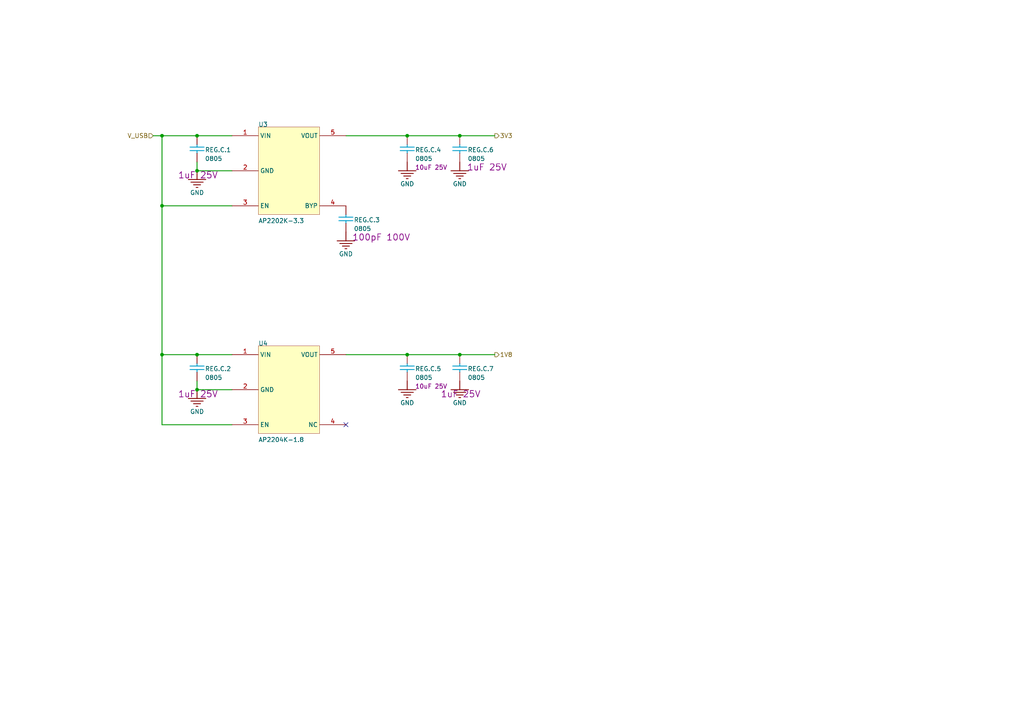
<source format=kicad_sch>
(kicad_sch (version 20231120) (generator "eeschema") (generator_version "8.0")
  (paper "A4")
  (lib_symbols
    (symbol "Base-altium-import:GND_POWER_GROUND" (power)
      (property "Reference" "#PWR" (at 0 0 0))
      (property "Value" "GND" (at 0 6.35 0))
      (symbol "GND_POWER_GROUND_0_0"
        (polyline (pts (xy -2.54 -2.54) (xy 2.54 -2.54)) (stroke (width 0.254)))
        (polyline (pts (xy -1.778 -3.302) (xy 1.778 -3.302)) (stroke (width 0.254)))
        (polyline (pts (xy -1.016 -4.064) (xy 1.016 -4.064)) (stroke (width 0.254)))
        (polyline (pts (xy -0.254 -4.826) (xy 0.254 -4.826)) (stroke (width 0.254)))
        (polyline (pts (xy 0 0) (xy 0 -2.54)) (stroke (width 0.254)))
        (pin power_in line (at 0 0 0) (length 0) hide (name "GND") (number ""))
      )
    )
    (symbol "Base-altium-import:REG_0_AP2202K-3.3"
      (symbol "REG_0_AP2202K-3.3_1_0"
        (rectangle (start 10.16 7.62) (end -7.62 -17.78) (stroke (width 0.0254) (color 128 0 0 1)) (fill (type background)))
        (pin passive line (at -15.24 5.08 0) (length 7.62) (name "VIN") (number "1"))
        (pin passive line (at -15.24 -5.08 0) (length 7.62) (name "GND") (number "2"))
        (pin passive line (at -15.24 -15.24 0) (length 7.62) (name "EN") (number "3"))
        (pin passive line (at 17.78 -15.24 180) (length 7.62) (name "BYP") (number "4"))
        (pin passive line (at 17.78 5.08 180) (length 7.62) (name "VOUT") (number "5"))
      )
    )
    (symbol "Base-altium-import:REG_0_AP2204K-1.8"
      (symbol "REG_0_AP2204K-1.8_1_0"
        (rectangle (start 10.16 7.62) (end -7.62 -17.78) (stroke (width 0.0254) (color 128 0 0 1)) (fill (type background)))
        (pin passive line (at -15.24 5.08 0) (length 7.62) (name "VIN") (number "1"))
        (pin passive line (at -15.24 -5.08 0) (length 7.62) (name "GND") (number "2"))
        (pin passive line (at -15.24 -15.24 0) (length 7.62) (name "EN") (number "3"))
        (pin passive line (at 17.78 -15.24 180) (length 7.62) (name "NC") (number "4"))
        (pin passive line (at 17.78 5.08 180) (length 7.62) (name "VOUT") (number "5"))
      )
    )
    (symbol "Mini-altium-import:MCU_1_Cap 0.1uF 100V"
      (symbol "MCU_1_Cap 0.1uF 100V_1_0"
        (polyline (pts (xy 0.508 0.762) (xy 4.572 0.762)) (stroke (width 0.254) (color 0 156 202 1)))
        (polyline (pts (xy 0.508 1.778) (xy 4.572 1.778)) (stroke (width 0.254) (color 0 156 202 1)))
        (polyline (pts (xy 2.54 0) (xy 2.54 0.762)) (stroke (width 0.254) (color 0 156 202 1)))
        (polyline (pts (xy 2.54 2.54) (xy 2.54 1.778)) (stroke (width 0.254) (color 0 156 202 1)))
        (pin passive line (at 2.54 -2.54 90) (length 2.54) (name "1") (number "1"))
        (pin passive line (at 2.54 5.08 270) (length 2.54) (name "2") (number "2"))
      )
    )
    (symbol "Mini-altium-import:MOS_1_Cap 10uF 25V"
      (symbol "MOS_1_Cap 10uF 25V_1_0"
        (polyline (pts (xy 0.508 0.762) (xy 4.572 0.762)) (stroke (width 0.254) (color 0 156 202 1)))
        (polyline (pts (xy 0.508 1.778) (xy 4.572 1.778)) (stroke (width 0.254) (color 0 156 202 1)))
        (polyline (pts (xy 2.54 0) (xy 2.54 0.762)) (stroke (width 0.254) (color 0 156 202 1)))
        (polyline (pts (xy 2.54 2.54) (xy 2.54 1.778)) (stroke (width 0.254) (color 0 156 202 1)))
        (pin passive line (at 2.54 -2.54 90) (length 2.54) (name "1") (number "1"))
        (pin passive line (at 2.54 5.08 270) (length 2.54) (name "2") (number "2"))
      )
    )
  )
  (junction (at 57.15 102.87))
  (junction (at 46.99 102.87))
  (junction (at 57.15 39.37))
  (junction (at 46.99 59.69))
  (junction (at 133.35 39.37))
  (junction (at 118.11 39.37))
  (junction (at 57.15 113.03))
  (junction (at 57.15 49.53))
  (junction (at 133.35 102.87))
  (junction (at 46.99 39.37))
  (junction (at 118.11 102.87))
  (no_connect (at 100.33 123.19))
  (wire (pts (xy 118.11 102.87) (xy 133.35 102.87)) (stroke (width 0.254)))
  (wire (pts (xy 118.11 39.37) (xy 100.33 39.37)) (stroke (width 0.254)))
  (wire (pts (xy 46.99 102.87) (xy 46.99 59.69)) (stroke (width 0.254)))
  (wire (pts (xy 100.33 102.87) (xy 118.11 102.87)) (stroke (width 0.254)))
  (wire (pts (xy 118.11 39.37) (xy 133.35 39.37)) (stroke (width 0.254)))
  (wire (pts (xy 57.15 102.87) (xy 67.31 102.87)) (stroke (width 0.254)))
  (wire (pts (xy 67.31 113.03) (xy 57.15 113.03)) (stroke (width 0.254)))
  (wire (pts (xy 67.31 59.69) (xy 46.99 59.69)) (stroke (width 0.254)))
  (wire (pts (xy 46.99 39.37) (xy 57.15 39.37)) (stroke (width 0.254)))
  (wire (pts (xy 67.31 49.53) (xy 57.15 49.53)) (stroke (width 0.254)))
  (wire (pts (xy 46.99 123.19) (xy 67.31 123.19)) (stroke (width 0.254)))
  (wire (pts (xy 46.99 102.87) (xy 46.99 123.19)) (stroke (width 0.254)))
  (wire (pts (xy 133.35 39.37) (xy 143.51 39.37)) (stroke (width 0.254)))
  (wire (pts (xy 57.15 39.37) (xy 67.31 39.37)) (stroke (width 0.254)))
  (wire (pts (xy 46.99 39.37) (xy 44.45 39.37)) (stroke (width 0.254)))
  (wire (pts (xy 133.35 102.87) (xy 143.51 102.87)) (stroke (width 0.254)))
  (wire (pts (xy 57.15 113.03) (xy 57.15 110.49)) (stroke (width 0.254)))
  (wire (pts (xy 57.15 49.53) (xy 57.15 46.99)) (stroke (width 0.254)))
  (wire (pts (xy 46.99 102.87) (xy 57.15 102.87)) (stroke (width 0.254)))
  (wire (pts (xy 46.99 59.69) (xy 46.99 39.37)) (stroke (width 0.254)))
  (hierarchical_label "1V8" (shape output) (at 143.51 102.87 0))
  (hierarchical_label "3V3" (shape output) (at 143.51 39.37 0))
  (hierarchical_label "V_USB" (shape input) (at 44.45 39.37 180))
  (symbol (lib_id "Mini-altium-import:MOS_1_Cap 10uF 25V") (at 115.57 44.45 0) (unit 1)
    (property "Reference" "REG.C.4" (at 120.396 44.196 0) (effects (justify left bottom)))
    (property "Value" "0805" (at 120.396 46.736 0) (effects (justify left bottom)))
    (property "Footprint" "Chip_Passives.PcbLib:0805" (effects (hide yes)))
    (property "Description" "0805, X5R or better" (effects (hide yes)))
    (property "PNP-NZL" "2" (effects (hide yes)))
    (property "PNP-DX" "0" (effects (hide yes)))
    (property "PNP-DY" "0" (effects (hide yes)))
    (property "PNP-X" "2.00" (effects (hide yes)))
    (property "PNP-Y" "1.25" (effects (hide yes)))
    (property "PNP-PT" "0" (effects (hide yes)))
    (property "PNP-W" "0" (effects (hide yes)))
    (property "PNP-THK" "1.25" (effects (hide yes)))
    (property "PNP-LV" "1" (effects (hide yes)))
    (property "PNP-TS" "70" (effects (hide yes)))
    (property "PNP-LEVEL" "1" (effects (hide yes)))
    (property "PNP-TYPE" "chi" (effects (hide yes)))
    (property "PNP-VOFF" "0" (effects (hide yes)))
    (property "PNP-FEEDTYPE" "Tape" (effects (hide yes)))
    (property "PNP-TAPEWIDTH" "8" (effects (hide yes)))
    (property "PNP-PLACEPRIORITY" "1" (effects (hide yes)))
    (property "PNP-A" "0" (effects (hide yes)))
    (property "PNP-TAPEINDEX" "1" (effects (hide yes)))
    (property "SUPPLIER 1" "Mouser" (effects (hide yes)))
    (property "SUPPLIER PART NUMBER 1" "81-GRM21BR61E106KA3L" (effects (hide yes)))
    (property "SUPPLIER 2" "Digi-Key" (effects (hide yes)))
    (property "SUPPLIER PART NUMBER 2" "490-5523-1-ND" (effects (hide yes)))
    (property "ALTIUM_VALUE" "10uF 25V" (at 120.396 49.276 0) (effects (justify left bottom)))
    (property "PNP-DA" "0" (effects (hide yes)))
  )
  (symbol (lib_id "Mini-altium-import:MCU_1_Cap 0.1uF 100V") (at 54.61 107.95 0) (unit 1)
    (property "Reference" "REG.C.2" (at 59.436 107.696 0) (effects (justify left bottom)))
    (property "Value" "0805" (at 59.436 110.236 0) (effects (justify left bottom)))
    (property "Footprint" "Chip_Passives.PcbLib:0805" (effects (hide yes)))
    (property "Description" "0805, X5R or better" (effects (hide yes)))
    (property "ALTIUM_VALUE" "1uF 25V" (at 51.562 115.316 0) (effects (font (size 1.8288 1.8288)) (justify left bottom)))
    (property "SUPPLIER 1" "Digi-Key" (effects (hide yes)))
    (property "SUPPLIER PART NUMBER 1" "1276-1066-2-ND" (effects (hide yes)))
    (property "SUPPLIER 2" "Digi-Key" (effects (hide yes)))
    (property "SUPPLIER PART NUMBER 2" "1276-1066-1-ND" (effects (hide yes)))
    (property "PNP-NZL" "2" (effects (hide yes)))
    (property "PNP-DX" "0" (effects (hide yes)))
    (property "PNP-DY" "0" (effects (hide yes)))
    (property "PNP-LEVEL" "1" (effects (hide yes)))
    (property "PNP-LV" "1" (effects (hide yes)))
    (property "PNP-PT" "0" (effects (hide yes)))
    (property "PNP-THK" "1.25" (effects (hide yes)))
    (property "PNP-TS" "70" (effects (hide yes)))
    (property "PNP-TYPE" "chi" (effects (hide yes)))
    (property "PNP-VOFF" "0" (effects (hide yes)))
    (property "PNP-W" "0" (effects (hide yes)))
    (property "PNP-X" "2.00" (effects (hide yes)))
    (property "PNP-Y" "1.25" (effects (hide yes)))
    (property "PNP-A" "0" (effects (hide yes)))
    (property "PNP-FEEDTYPE" "Tape" (effects (hide yes)))
    (property "PNP-PLACEPRIORITY" "1" (effects (hide yes)))
    (property "PNP-TAPEWIDTH" "8" (effects (hide yes)))
    (property "PNP-TAPEINDEX" "1" (effects (hide yes)))
    (property "PNP-DA" "0" (effects (hide yes)))
    (property "Supplier 1" "Digi-Key" (effects (hide yes)))
    (property "Supplier Part Number 1" "1276-1066-2-ND" (effects (hide yes)))
    (property "Supplier 2" "Digi-Key" (effects (hide yes)))
    (property "Supplier Part Number 2" "1276-1066-1-ND" (effects (hide yes)))
    (property "PNP-Nzl" "2" (effects (hide yes)))
    (property "PNP-dx" "0" (effects (hide yes)))
    (property "PNP-dy" "0" (effects (hide yes)))
    (property "PNP-Pt" "0" (effects (hide yes)))
    (property "PNP-Thk" "1.25" (effects (hide yes)))
    (property "PNP-Lv" "1" (effects (hide yes)))
    (property "PNP-Level" "1" (effects (hide yes)))
    (property "PNP-Type" "chi" (effects (hide yes)))
    (property "PNP-Voff" "0" (effects (hide yes)))
    (property "PNP-FeedType" "Tape" (effects (hide yes)))
    (property "PNP-TapeWidth" "8" (effects (hide yes)))
    (property "PNP-PlacePriority" "1" (effects (hide yes)))
    (property "PNP-TapeIndex" "1" (effects (hide yes)))
    (property "PNP-da" "0" (effects (hide yes)))
  )
  (symbol (lib_id "Base-altium-import:GND_POWER_GROUND") (at 133.35 110.49 0) (unit 1)
    (property "Reference" "#PWR07" (effects (hide yes)))
    (property "Value" "GND" (at 133.35 116.84 0))
  )
  (symbol (lib_id "Base-altium-import:GND_POWER_GROUND") (at 133.35 46.99 0) (unit 1)
    (property "Reference" "#PWR06" (effects (hide yes)))
    (property "Value" "GND" (at 133.35 53.34 0))
  )
  (symbol (lib_id "Base-altium-import:GND_POWER_GROUND") (at 57.15 113.03 0) (unit 1)
    (property "Reference" "#PWR02" (effects (hide yes)))
    (property "Value" "GND" (at 57.15 119.38 0))
  )
  (symbol (lib_id "Mini-altium-import:MCU_1_Cap 0.1uF 100V") (at 54.61 44.45 0) (unit 1)
    (property "Reference" "REG.C.1" (at 59.436 44.196 0) (effects (justify left bottom)))
    (property "Value" "0805" (at 59.436 46.736 0) (effects (justify left bottom)))
    (property "Footprint" "Chip_Passives.PcbLib:0805" (effects (hide yes)))
    (property "Description" "0805, X5R or better" (effects (hide yes)))
    (property "ALTIUM_VALUE" "1uF 25V" (at 51.562 51.816 0) (effects (font (size 1.8288 1.8288)) (justify left bottom)))
    (property "SUPPLIER 1" "Digi-Key" (effects (hide yes)))
    (property "SUPPLIER PART NUMBER 1" "1276-1066-2-ND" (effects (hide yes)))
    (property "SUPPLIER 2" "Digi-Key" (effects (hide yes)))
    (property "SUPPLIER PART NUMBER 2" "1276-1066-1-ND" (effects (hide yes)))
    (property "PNP-NZL" "2" (effects (hide yes)))
    (property "PNP-DX" "0" (effects (hide yes)))
    (property "PNP-DY" "0" (effects (hide yes)))
    (property "PNP-LEVEL" "1" (effects (hide yes)))
    (property "PNP-LV" "1" (effects (hide yes)))
    (property "PNP-PT" "0" (effects (hide yes)))
    (property "PNP-THK" "1.25" (effects (hide yes)))
    (property "PNP-TS" "70" (effects (hide yes)))
    (property "PNP-TYPE" "chi" (effects (hide yes)))
    (property "PNP-VOFF" "0" (effects (hide yes)))
    (property "PNP-W" "0" (effects (hide yes)))
    (property "PNP-X" "2.00" (effects (hide yes)))
    (property "PNP-Y" "1.25" (effects (hide yes)))
    (property "PNP-A" "0" (effects (hide yes)))
    (property "PNP-FEEDTYPE" "Tape" (effects (hide yes)))
    (property "PNP-PLACEPRIORITY" "1" (effects (hide yes)))
    (property "PNP-TAPEWIDTH" "8" (effects (hide yes)))
    (property "PNP-TAPEINDEX" "1" (effects (hide yes)))
    (property "PNP-DA" "0" (effects (hide yes)))
    (property "Supplier 1" "Digi-Key" (effects (hide yes)))
    (property "Supplier Part Number 1" "1276-1066-2-ND" (effects (hide yes)))
    (property "Supplier 2" "Digi-Key" (effects (hide yes)))
    (property "Supplier Part Number 2" "1276-1066-1-ND" (effects (hide yes)))
    (property "PNP-Nzl" "2" (effects (hide yes)))
    (property "PNP-dx" "0" (effects (hide yes)))
    (property "PNP-dy" "0" (effects (hide yes)))
    (property "PNP-Pt" "0" (effects (hide yes)))
    (property "PNP-Thk" "1.25" (effects (hide yes)))
    (property "PNP-Lv" "1" (effects (hide yes)))
    (property "PNP-Level" "1" (effects (hide yes)))
    (property "PNP-Type" "chi" (effects (hide yes)))
    (property "PNP-Voff" "0" (effects (hide yes)))
    (property "PNP-FeedType" "Tape" (effects (hide yes)))
    (property "PNP-TapeWidth" "8" (effects (hide yes)))
    (property "PNP-PlacePriority" "1" (effects (hide yes)))
    (property "PNP-TapeIndex" "1" (effects (hide yes)))
    (property "PNP-da" "0" (effects (hide yes)))
  )
  (symbol (lib_id "Base-altium-import:GND_POWER_GROUND") (at 100.33 67.31 0) (unit 1)
    (property "Reference" "#PWR03" (effects (hide yes)))
    (property "Value" "GND" (at 100.33 73.66 0))
  )
  (symbol (lib_id "Base-altium-import:REG_0_AP2202K-3.3") (at 82.55 44.45 0) (unit 1)
    (property "Reference" "U3" (at 74.93 36.83 0) (effects (justify left bottom)))
    (property "Value" "AP2202K-3.3" (at 74.93 64.77 0) (effects (justify left bottom)))
    (property "Footprint" "PowerSupply:AP2202 - SOT95P270X145-5N" (effects (hide yes)))
    (property "PNP-NZL" "2" (effects (hide yes)))
    (property "PNP-DX" "0" (effects (hide yes)))
    (property "PNP-DY" "0" (effects (hide yes)))
    (property "PNP-X" "2.9" (effects (hide yes)))
    (property "PNP-Y" "1.3" (effects (hide yes)))
    (property "PNP-A" "90" (effects (hide yes)))
    (property "PNP-PT" "0" (effects (hide yes)))
    (property "PNP-W" "0" (effects (hide yes)))
    (property "PNP-THK" "1" (effects (hide yes)))
    (property "PNP-LV" "26" (effects (hide yes)))
    (property "PNP-TS" "90" (effects (hide yes)))
    (property "PNP-LEVEL" "1" (effects (hide yes)))
    (property "PNP-TYPE" "CHP" (effects (hide yes)))
    (property "PNP-VOFF" "0" (effects (hide yes)))
    (property "PNP-FEEDTYPE" "Tape" (effects (hide yes)))
    (property "PNP-TAPEWIDTH" "8" (effects (hide yes)))
    (property "PNP-PLACEPRIORITY" "3" (effects (hide yes)))
    (property "PNP-TAPEINDEX" "1" (effects (hide yes)))
    (property "SUPPLIER 1" "Mouser" (effects (hide yes)))
    (property "SUPPLIER PART NUMBER 1" "621-AP2202K-3.3TRG1" (effects (hide yes)))
    (property "SUPPLIER 2" "Digi-Key" (effects (hide yes)))
    (property "SUPPLIER PART NUMBER 2" "AP2202K-3.3TRG1DICT-ND" (effects (hide yes)))
    (property "SUPPLIER 3" "Arrow" (effects (hide yes)))
    (property "SUPPLIER PART NUMBER 3" "PWagzdsTFFHKE_U17B45SP-NtndBrheJIaI5hB7gHD0ZVywxIBNyoAQstvnyfZZ0" (effects (hide yes)))
    (property "PNP-DA" "0" (effects (hide yes)))
  )
  (symbol (lib_id "Mini-altium-import:MOS_1_Cap 10uF 25V") (at 115.57 107.95 0) (unit 1)
    (property "Reference" "REG.C.5" (at 120.396 107.696 0) (effects (justify left bottom)))
    (property "Value" "0805" (at 120.396 110.236 0) (effects (justify left bottom)))
    (property "Footprint" "Chip_Passives.PcbLib:0805" (effects (hide yes)))
    (property "Description" "0805, X5R or better" (effects (hide yes)))
    (property "PNP-NZL" "2" (effects (hide yes)))
    (property "PNP-DX" "0" (effects (hide yes)))
    (property "PNP-DY" "0" (effects (hide yes)))
    (property "PNP-X" "2.00" (effects (hide yes)))
    (property "PNP-Y" "1.25" (effects (hide yes)))
    (property "PNP-PT" "0" (effects (hide yes)))
    (property "PNP-W" "0" (effects (hide yes)))
    (property "PNP-THK" "1.25" (effects (hide yes)))
    (property "PNP-LV" "1" (effects (hide yes)))
    (property "PNP-TS" "70" (effects (hide yes)))
    (property "PNP-LEVEL" "1" (effects (hide yes)))
    (property "PNP-TYPE" "chi" (effects (hide yes)))
    (property "PNP-VOFF" "0" (effects (hide yes)))
    (property "PNP-FEEDTYPE" "Tape" (effects (hide yes)))
    (property "PNP-TAPEWIDTH" "8" (effects (hide yes)))
    (property "PNP-PLACEPRIORITY" "1" (effects (hide yes)))
    (property "PNP-A" "0" (effects (hide yes)))
    (property "PNP-TAPEINDEX" "1" (effects (hide yes)))
    (property "SUPPLIER 1" "Mouser" (effects (hide yes)))
    (property "SUPPLIER PART NUMBER 1" "81-GRM21BR61E106KA3L" (effects (hide yes)))
    (property "SUPPLIER 2" "Digi-Key" (effects (hide yes)))
    (property "SUPPLIER PART NUMBER 2" "490-5523-1-ND" (effects (hide yes)))
    (property "ALTIUM_VALUE" "10uF 25V" (at 120.396 112.776 0) (effects (justify left bottom)))
    (property "PNP-DA" "0" (effects (hide yes)))
  )
  (symbol (lib_id "Base-altium-import:GND_POWER_GROUND") (at 57.15 49.53 0) (unit 1)
    (property "Reference" "#PWR01" (effects (hide yes)))
    (property "Value" "GND" (at 57.15 55.88 0))
  )
  (symbol (lib_id "Mini-altium-import:MCU_1_Cap 0.1uF 100V") (at 130.81 44.45 0) (unit 1)
    (property "Reference" "REG.C.6" (at 135.636 44.196 0) (effects (justify left bottom)))
    (property "Value" "0805" (at 135.636 46.736 0) (effects (justify left bottom)))
    (property "Footprint" "Chip_Passives.PcbLib:0805" (effects (hide yes)))
    (property "Description" "0805, X5R or better" (effects (hide yes)))
    (property "ALTIUM_VALUE" "1uF 25V" (at 135.382 49.53 0) (effects (font (size 1.8288 1.8288)) (justify left bottom)))
    (property "SUPPLIER 1" "Digi-Key" (effects (hide yes)))
    (property "SUPPLIER PART NUMBER 1" "1276-1066-2-ND" (effects (hide yes)))
    (property "SUPPLIER 2" "Digi-Key" (effects (hide yes)))
    (property "SUPPLIER PART NUMBER 2" "1276-1066-1-ND" (effects (hide yes)))
    (property "PNP-NZL" "2" (effects (hide yes)))
    (property "PNP-DX" "0" (effects (hide yes)))
    (property "PNP-DY" "0" (effects (hide yes)))
    (property "PNP-LEVEL" "1" (effects (hide yes)))
    (property "PNP-LV" "1" (effects (hide yes)))
    (property "PNP-PT" "0" (effects (hide yes)))
    (property "PNP-THK" "1.25" (effects (hide yes)))
    (property "PNP-TS" "70" (effects (hide yes)))
    (property "PNP-TYPE" "chi" (effects (hide yes)))
    (property "PNP-VOFF" "0" (effects (hide yes)))
    (property "PNP-W" "0" (effects (hide yes)))
    (property "PNP-X" "2.00" (effects (hide yes)))
    (property "PNP-Y" "1.25" (effects (hide yes)))
    (property "PNP-A" "0" (effects (hide yes)))
    (property "PNP-FEEDTYPE" "Tape" (effects (hide yes)))
    (property "PNP-PLACEPRIORITY" "1" (effects (hide yes)))
    (property "PNP-TAPEWIDTH" "8" (effects (hide yes)))
    (property "PNP-TAPEINDEX" "1" (effects (hide yes)))
    (property "PNP-DA" "0" (effects (hide yes)))
    (property "Supplier 1" "Digi-Key" (effects (hide yes)))
    (property "Supplier Part Number 1" "1276-1066-2-ND" (effects (hide yes)))
    (property "Supplier 2" "Digi-Key" (effects (hide yes)))
    (property "Supplier Part Number 2" "1276-1066-1-ND" (effects (hide yes)))
    (property "PNP-Nzl" "2" (effects (hide yes)))
    (property "PNP-dx" "0" (effects (hide yes)))
    (property "PNP-dy" "0" (effects (hide yes)))
    (property "PNP-Pt" "0" (effects (hide yes)))
    (property "PNP-Thk" "1.25" (effects (hide yes)))
    (property "PNP-Lv" "1" (effects (hide yes)))
    (property "PNP-Level" "1" (effects (hide yes)))
    (property "PNP-Type" "chi" (effects (hide yes)))
    (property "PNP-Voff" "0" (effects (hide yes)))
    (property "PNP-FeedType" "Tape" (effects (hide yes)))
    (property "PNP-TapeWidth" "8" (effects (hide yes)))
    (property "PNP-PlacePriority" "1" (effects (hide yes)))
    (property "PNP-TapeIndex" "1" (effects (hide yes)))
    (property "PNP-da" "0" (effects (hide yes)))
  )
  (symbol (lib_id "Mini-altium-import:MCU_1_Cap 0.1uF 100V") (at 97.79 64.77 0) (unit 1)
    (property "Reference" "REG.C.3" (at 102.616 64.516 0) (effects (justify left bottom)))
    (property "Value" "0805" (at 102.616 67.056 0) (effects (justify left bottom)))
    (property "Footprint" "Chip_Passives.PcbLib:0805" (effects (hide yes)))
    (property "Description" "0805, X5R or better" (effects (hide yes)))
    (property "SUPPLIER 1" "Digi-Key" (effects (hide yes)))
    (property "SUPPLIER PART NUMBER 1" "1276-2426-1-ND" (effects (hide yes)))
    (property "SUPPLIER 2" "Digi-Key" (effects (hide yes)))
    (property "SUPPLIER PART NUMBER 2" "1276-2426-2-ND" (effects (hide yes)))
    (property "PNP-NZL" "2" (effects (hide yes)))
    (property "PNP-DX" "0" (effects (hide yes)))
    (property "PNP-DY" "0" (effects (hide yes)))
    (property "PNP-X" "2.00" (effects (hide yes)))
    (property "PNP-Y" "1.25" (effects (hide yes)))
    (property "PNP-PT" "0" (effects (hide yes)))
    (property "PNP-W" "0" (effects (hide yes)))
    (property "PNP-THK" "0.60" (effects (hide yes)))
    (property "PNP-LV" "1" (effects (hide yes)))
    (property "PNP-TS" "70" (effects (hide yes)))
    (property "PNP-LEVEL" "1" (effects (hide yes)))
    (property "PNP-TYPE" "chi" (effects (hide yes)))
    (property "PNP-VOFF" "0" (effects (hide yes)))
    (property "PNP-FEEDTYPE" "Tape" (effects (hide yes)))
    (property "PNP-TAPEWIDTH" "8" (effects (hide yes)))
    (property "PNP-PLACEPRIORITY" "1" (effects (hide yes)))
    (property "PNP-A" "0" (effects (hide yes)))
    (property "PNP-TAPEINDEX" "1" (effects (hide yes)))
    (property "SUPPLIER 3" "Arrow" (effects (hide yes)))
    (property "SUPPLIER PART NUMBER 3" "L5XIfgkrxsBQF2sGZ85JNyFE59-nywaq7sHwLppiklbTEIlO4Ffw3x4_A6bjf4Mm" (effects (hide yes)))
    (property "PNP-DA" "0" (effects (hide yes)))
    (property "ALTIUM_VALUE" "100pF 100V" (at 102.108 69.85 0) (effects (font (size 1.8288 1.8288)) (justify left bottom)))
    (property "Supplier 1" "Digi-Key" (effects (hide yes)))
    (property "Supplier Part Number 1" "1276-2426-1-ND" (effects (hide yes)))
    (property "Supplier 2" "Digi-Key" (effects (hide yes)))
    (property "Supplier Part Number 2" "1276-2426-2-ND" (effects (hide yes)))
    (property "PNP-Nzl" "2" (effects (hide yes)))
    (property "PNP-dx" "0" (effects (hide yes)))
    (property "PNP-dy" "0" (effects (hide yes)))
    (property "PNP-Pt" "0" (effects (hide yes)))
    (property "PNP-Thk" "0.60" (effects (hide yes)))
    (property "PNP-Lv" "1" (effects (hide yes)))
    (property "PNP-Level" "1" (effects (hide yes)))
    (property "PNP-Type" "chi" (effects (hide yes)))
    (property "PNP-Voff" "0" (effects (hide yes)))
    (property "PNP-FeedType" "Tape" (effects (hide yes)))
    (property "PNP-TapeWidth" "8" (effects (hide yes)))
    (property "PNP-PlacePriority" "1" (effects (hide yes)))
    (property "PNP-TapeIndex" "1" (effects (hide yes)))
    (property "Supplier 3" "Arrow" (effects (hide yes)))
    (property "Supplier Part Number 3" "L5XIfgkrxsBQF2sGZ85JNyFE59-nywaq7sHwLppiklbTEIlO4Ffw3x4_A6bjf4Mm" (effects (hide yes)))
    (property "PNP-da" "0" (effects (hide yes)))
  )
  (symbol (lib_id "Mini-altium-import:MCU_1_Cap 0.1uF 100V") (at 130.81 107.95 0) (unit 1)
    (property "Reference" "REG.C.7" (at 135.636 107.696 0) (effects (justify left bottom)))
    (property "Value" "0805" (at 135.636 110.236 0) (effects (justify left bottom)))
    (property "Footprint" "Chip_Passives.PcbLib:0805" (effects (hide yes)))
    (property "Description" "0805, X5R or better" (effects (hide yes)))
    (property "ALTIUM_VALUE" "1uF 25V" (at 127.762 115.316 0) (effects (font (size 1.8288 1.8288)) (justify left bottom)))
    (property "SUPPLIER 1" "Digi-Key" (effects (hide yes)))
    (property "SUPPLIER PART NUMBER 1" "1276-1066-2-ND" (effects (hide yes)))
    (property "SUPPLIER 2" "Digi-Key" (effects (hide yes)))
    (property "SUPPLIER PART NUMBER 2" "1276-1066-1-ND" (effects (hide yes)))
    (property "PNP-NZL" "2" (effects (hide yes)))
    (property "PNP-DX" "0" (effects (hide yes)))
    (property "PNP-DY" "0" (effects (hide yes)))
    (property "PNP-LEVEL" "1" (effects (hide yes)))
    (property "PNP-LV" "1" (effects (hide yes)))
    (property "PNP-PT" "0" (effects (hide yes)))
    (property "PNP-THK" "1.25" (effects (hide yes)))
    (property "PNP-TS" "70" (effects (hide yes)))
    (property "PNP-TYPE" "chi" (effects (hide yes)))
    (property "PNP-VOFF" "0" (effects (hide yes)))
    (property "PNP-W" "0" (effects (hide yes)))
    (property "PNP-X" "2.00" (effects (hide yes)))
    (property "PNP-Y" "1.25" (effects (hide yes)))
    (property "PNP-A" "0" (effects (hide yes)))
    (property "PNP-FEEDTYPE" "Tape" (effects (hide yes)))
    (property "PNP-PLACEPRIORITY" "1" (effects (hide yes)))
    (property "PNP-TAPEWIDTH" "8" (effects (hide yes)))
    (property "PNP-TAPEINDEX" "1" (effects (hide yes)))
    (property "PNP-DA" "0" (effects (hide yes)))
    (property "Supplier 1" "Digi-Key" (effects (hide yes)))
    (property "Supplier Part Number 1" "1276-1066-2-ND" (effects (hide yes)))
    (property "Supplier 2" "Digi-Key" (effects (hide yes)))
    (property "Supplier Part Number 2" "1276-1066-1-ND" (effects (hide yes)))
    (property "PNP-Nzl" "2" (effects (hide yes)))
    (property "PNP-dx" "0" (effects (hide yes)))
    (property "PNP-dy" "0" (effects (hide yes)))
    (property "PNP-Pt" "0" (effects (hide yes)))
    (property "PNP-Thk" "1.25" (effects (hide yes)))
    (property "PNP-Lv" "1" (effects (hide yes)))
    (property "PNP-Level" "1" (effects (hide yes)))
    (property "PNP-Type" "chi" (effects (hide yes)))
    (property "PNP-Voff" "0" (effects (hide yes)))
    (property "PNP-FeedType" "Tape" (effects (hide yes)))
    (property "PNP-TapeWidth" "8" (effects (hide yes)))
    (property "PNP-PlacePriority" "1" (effects (hide yes)))
    (property "PNP-TapeIndex" "1" (effects (hide yes)))
    (property "PNP-da" "0" (effects (hide yes)))
  )
  (symbol (lib_id "Base-altium-import:GND_POWER_GROUND") (at 118.11 110.49 0) (unit 1)
    (property "Reference" "#PWR05" (effects (hide yes)))
    (property "Value" "GND" (at 118.11 116.84 0))
  )
  (symbol (lib_id "Base-altium-import:GND_POWER_GROUND") (at 118.11 46.99 0) (unit 1)
    (property "Reference" "#PWR04" (effects (hide yes)))
    (property "Value" "GND" (at 118.11 53.34 0))
  )
  (symbol (lib_id "Base-altium-import:REG_0_AP2204K-1.8") (at 82.55 107.95 0) (unit 1)
    (property "Reference" "U4" (at 74.93 100.33 0) (effects (justify left bottom)))
    (property "Value" "AP2204K-1.8" (at 74.93 128.27 0) (effects (justify left bottom)))
    (property "Footprint" "PowerSupply:AP2202 - SOT95P270X145-5N" (effects (hide yes)))
    (property "PNP-NZL" "2" (effects (hide yes)))
    (property "PNP-DX" "0" (effects (hide yes)))
    (property "PNP-DY" "0" (effects (hide yes)))
    (property "PNP-X" "2.9" (effects (hide yes)))
    (property "PNP-Y" "1.3" (effects (hide yes)))
    (property "PNP-A" "90" (effects (hide yes)))
    (property "PNP-PT" "0" (effects (hide yes)))
    (property "PNP-W" "0" (effects (hide yes)))
    (property "PNP-THK" "1" (effects (hide yes)))
    (property "PNP-LV" "26" (effects (hide yes)))
    (property "PNP-TS" "90" (effects (hide yes)))
    (property "PNP-LEVEL" "1" (effects (hide yes)))
    (property "PNP-TYPE" "CHP" (effects (hide yes)))
    (property "PNP-VOFF" "0" (effects (hide yes)))
    (property "PNP-FEEDTYPE" "Tape" (effects (hide yes)))
    (property "PNP-TAPEWIDTH" "8" (effects (hide yes)))
    (property "PNP-PLACEPRIORITY" "3" (effects (hide yes)))
    (property "PNP-TAPEINDEX" "1" (effects (hide yes)))
    (property "PNP-DA" "0" (effects (hide yes)))
    (property "SUPPLIER 1" "Digi-Key" (effects (hide yes)))
    (property "SUPPLIER 2" "Mouser" (effects (hide yes)))
    (property "SUPPLIER PART NUMBER 1" "AP2204K-1.8TRG1DICT-ND" (effects (hide yes)))
    (property "SUPPLIER PART NUMBER 2" "621-AP2204K-1.8TRG1" (effects (hide yes)))
  )
)
</source>
